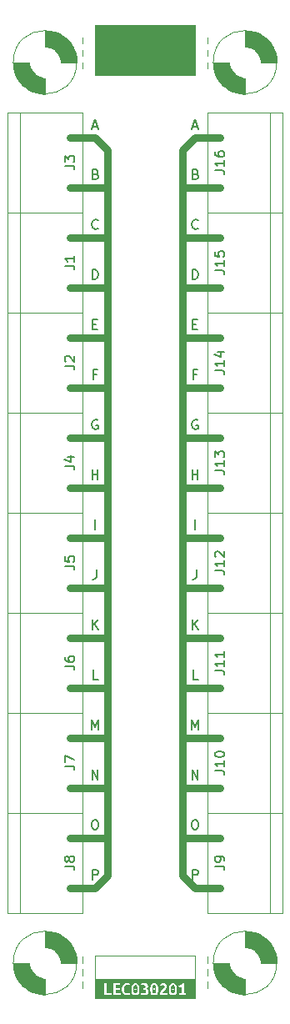
<source format=gto>
G04 #@! TF.GenerationSoftware,KiCad,Pcbnew,6.0.9-8da3e8f707~116~ubuntu20.04.1*
G04 #@! TF.CreationDate,2023-04-19T17:44:35+00:00*
G04 #@! TF.ProjectId,LEC030201,4c454330-3330-4323-9031-2e6b69636164,rev?*
G04 #@! TF.SameCoordinates,Original*
G04 #@! TF.FileFunction,Legend,Top*
G04 #@! TF.FilePolarity,Positive*
%FSLAX46Y46*%
G04 Gerber Fmt 4.6, Leading zero omitted, Abs format (unit mm)*
G04 Created by KiCad (PCBNEW 6.0.9-8da3e8f707~116~ubuntu20.04.1) date 2023-04-19 17:44:35*
%MOMM*%
%LPD*%
G01*
G04 APERTURE LIST*
%ADD10C,0.800000*%
%ADD11C,0.120000*%
%ADD12C,0.100000*%
%ADD13C,0.150000*%
%ADD14C,0.010000*%
G04 APERTURE END LIST*
D10*
X187960000Y-58420000D02*
X185420000Y-58420000D01*
X189230000Y-59690000D02*
X187960000Y-58420000D01*
X189230000Y-83820000D02*
X185420000Y-83820000D01*
X189230000Y-88900000D02*
X185420000Y-88900000D01*
X189230000Y-73660000D02*
X185420000Y-73660000D01*
X189230000Y-63500000D02*
X185420000Y-63500000D01*
X189230000Y-78740000D02*
X185420000Y-78740000D01*
X189230000Y-68580000D02*
X185420000Y-68580000D01*
X185420000Y-93980000D02*
X189230000Y-93980000D01*
X189230000Y-100330000D02*
X189230000Y-59690000D01*
D11*
X198120000Y-141470000D02*
X187960000Y-141470000D01*
D10*
X196850000Y-129540000D02*
X200660000Y-129540000D01*
X200660000Y-124460000D02*
X196850000Y-124460000D01*
X196850000Y-119380000D02*
X200660000Y-119380000D01*
X200660000Y-114300000D02*
X196850000Y-114300000D01*
X196850000Y-109220000D02*
X200660000Y-109220000D01*
X200660000Y-104140000D02*
X196850000Y-104140000D01*
X196850000Y-99060000D02*
X200660000Y-99060000D01*
X196850000Y-133350000D02*
X196850000Y-92710000D01*
X198120000Y-134620000D02*
X196850000Y-133350000D01*
X200660000Y-134620000D02*
X198120000Y-134620000D01*
X189230000Y-104140000D02*
X185420000Y-104140000D01*
X189230000Y-109220000D02*
X185420000Y-109220000D01*
X189230000Y-114300000D02*
X185420000Y-114300000D01*
X189230000Y-119380000D02*
X185420000Y-119380000D01*
X189230000Y-124460000D02*
X185420000Y-124460000D01*
X189230000Y-129540000D02*
X185420000Y-129540000D01*
X189230000Y-99060000D02*
X185420000Y-99060000D01*
X189230000Y-133350000D02*
X189230000Y-100330000D01*
X187960000Y-134620000D02*
X189230000Y-133350000D01*
X185420000Y-134620000D02*
X187960000Y-134620000D01*
X200660000Y-73660000D02*
X196850000Y-73660000D01*
X196850000Y-88900000D02*
X200660000Y-88900000D01*
X196850000Y-92710000D02*
X196850000Y-59690000D01*
X200660000Y-83820000D02*
X196850000Y-83820000D01*
D11*
X187960000Y-145550000D02*
X198120000Y-145550000D01*
X199390000Y-143510000D02*
X199390000Y-142875000D01*
D10*
X196850000Y-59690000D02*
X198120000Y-58420000D01*
D11*
X199390000Y-48260000D02*
X199390000Y-48895000D01*
X186690000Y-141605000D02*
X186690000Y-142240000D01*
X186690000Y-144145000D02*
X186690000Y-144780000D01*
X186690000Y-48260000D02*
X186690000Y-48895000D01*
D10*
X196850000Y-68580000D02*
X200660000Y-68580000D01*
X200660000Y-93980000D02*
X196850000Y-93980000D01*
D11*
X186690000Y-49530000D02*
X186690000Y-50165000D01*
X199390000Y-50800000D02*
X199390000Y-51435000D01*
D10*
X200660000Y-63500000D02*
X196850000Y-63500000D01*
D11*
X187960000Y-141470000D02*
X187960000Y-145550000D01*
X199390000Y-144780000D02*
X199390000Y-144145000D01*
D10*
X198120000Y-58420000D02*
X200660000Y-58420000D01*
D11*
X186690000Y-142875000D02*
X186690000Y-143510000D01*
D10*
X196850000Y-78740000D02*
X200660000Y-78740000D01*
D11*
X198120000Y-145550000D02*
X198120000Y-141470000D01*
X186690000Y-50800000D02*
X186690000Y-51435000D01*
D12*
G36*
X198120000Y-52070000D02*
G01*
X187960000Y-52070000D01*
X187960000Y-46990000D01*
X198120000Y-46990000D01*
X198120000Y-52070000D01*
G37*
X198120000Y-52070000D02*
X187960000Y-52070000D01*
X187960000Y-46990000D01*
X198120000Y-46990000D01*
X198120000Y-52070000D01*
D11*
X199390000Y-49530000D02*
X199390000Y-50165000D01*
X199390000Y-142240000D02*
X199390000Y-141605000D01*
D13*
X197858095Y-72842380D02*
X197858095Y-71842380D01*
X198096190Y-71842380D01*
X198239047Y-71890000D01*
X198334285Y-71985238D01*
X198381904Y-72080476D01*
X198429523Y-72270952D01*
X198429523Y-72413809D01*
X198381904Y-72604285D01*
X198334285Y-72699523D01*
X198239047Y-72794761D01*
X198096190Y-72842380D01*
X197858095Y-72842380D01*
X187698095Y-72842380D02*
X187698095Y-71842380D01*
X187936190Y-71842380D01*
X188079047Y-71890000D01*
X188174285Y-71985238D01*
X188221904Y-72080476D01*
X188269523Y-72270952D01*
X188269523Y-72413809D01*
X188221904Y-72604285D01*
X188174285Y-72699523D01*
X188079047Y-72794761D01*
X187936190Y-72842380D01*
X187698095Y-72842380D01*
X198381904Y-87130000D02*
X198286666Y-87082380D01*
X198143809Y-87082380D01*
X198000952Y-87130000D01*
X197905714Y-87225238D01*
X197858095Y-87320476D01*
X197810476Y-87510952D01*
X197810476Y-87653809D01*
X197858095Y-87844285D01*
X197905714Y-87939523D01*
X198000952Y-88034761D01*
X198143809Y-88082380D01*
X198239047Y-88082380D01*
X198381904Y-88034761D01*
X198429523Y-87987142D01*
X198429523Y-87653809D01*
X198239047Y-87653809D01*
X197834285Y-93162380D02*
X197834285Y-92162380D01*
X197834285Y-92638571D02*
X198405714Y-92638571D01*
X198405714Y-93162380D02*
X198405714Y-92162380D01*
X188221904Y-87130000D02*
X188126666Y-87082380D01*
X187983809Y-87082380D01*
X187840952Y-87130000D01*
X187745714Y-87225238D01*
X187698095Y-87320476D01*
X187650476Y-87510952D01*
X187650476Y-87653809D01*
X187698095Y-87844285D01*
X187745714Y-87939523D01*
X187840952Y-88034761D01*
X187983809Y-88082380D01*
X188079047Y-88082380D01*
X188221904Y-88034761D01*
X188269523Y-87987142D01*
X188269523Y-87653809D01*
X188079047Y-87653809D01*
X198191428Y-62158571D02*
X198334285Y-62206190D01*
X198381904Y-62253809D01*
X198429523Y-62349047D01*
X198429523Y-62491904D01*
X198381904Y-62587142D01*
X198334285Y-62634761D01*
X198239047Y-62682380D01*
X197858095Y-62682380D01*
X197858095Y-61682380D01*
X198191428Y-61682380D01*
X198286666Y-61730000D01*
X198334285Y-61777619D01*
X198381904Y-61872857D01*
X198381904Y-61968095D01*
X198334285Y-62063333D01*
X198286666Y-62110952D01*
X198191428Y-62158571D01*
X197858095Y-62158571D01*
X198262857Y-82478571D02*
X197929523Y-82478571D01*
X197929523Y-83002380D02*
X197929523Y-82002380D01*
X198405714Y-82002380D01*
X187721904Y-57316666D02*
X188198095Y-57316666D01*
X187626666Y-57602380D02*
X187960000Y-56602380D01*
X188293333Y-57602380D01*
X198120000Y-98242380D02*
X198120000Y-97242380D01*
X187864761Y-127722380D02*
X188055238Y-127722380D01*
X188150476Y-127770000D01*
X188245714Y-127865238D01*
X188293333Y-128055714D01*
X188293333Y-128389047D01*
X188245714Y-128579523D01*
X188150476Y-128674761D01*
X188055238Y-128722380D01*
X187864761Y-128722380D01*
X187769523Y-128674761D01*
X187674285Y-128579523D01*
X187626666Y-128389047D01*
X187626666Y-128055714D01*
X187674285Y-127865238D01*
X187769523Y-127770000D01*
X187864761Y-127722380D01*
X187626666Y-118562380D02*
X187626666Y-117562380D01*
X187960000Y-118276666D01*
X188293333Y-117562380D01*
X188293333Y-118562380D01*
X197834285Y-123642380D02*
X197834285Y-122642380D01*
X198405714Y-123642380D01*
X198405714Y-122642380D01*
X197786666Y-118562380D02*
X197786666Y-117562380D01*
X198120000Y-118276666D01*
X198453333Y-117562380D01*
X198453333Y-118562380D01*
X198429523Y-67667142D02*
X198381904Y-67714761D01*
X198239047Y-67762380D01*
X198143809Y-67762380D01*
X198000952Y-67714761D01*
X197905714Y-67619523D01*
X197858095Y-67524285D01*
X197810476Y-67333809D01*
X197810476Y-67190952D01*
X197858095Y-67000476D01*
X197905714Y-66905238D01*
X198000952Y-66810000D01*
X198143809Y-66762380D01*
X198239047Y-66762380D01*
X198381904Y-66810000D01*
X198429523Y-66857619D01*
X187745714Y-77398571D02*
X188079047Y-77398571D01*
X188221904Y-77922380D02*
X187745714Y-77922380D01*
X187745714Y-76922380D01*
X188221904Y-76922380D01*
X188269523Y-67667142D02*
X188221904Y-67714761D01*
X188079047Y-67762380D01*
X187983809Y-67762380D01*
X187840952Y-67714761D01*
X187745714Y-67619523D01*
X187698095Y-67524285D01*
X187650476Y-67333809D01*
X187650476Y-67190952D01*
X187698095Y-67000476D01*
X187745714Y-66905238D01*
X187840952Y-66810000D01*
X187983809Y-66762380D01*
X188079047Y-66762380D01*
X188221904Y-66810000D01*
X188269523Y-66857619D01*
X198262857Y-102322380D02*
X198262857Y-103036666D01*
X198215238Y-103179523D01*
X198120000Y-103274761D01*
X197977142Y-103322380D01*
X197881904Y-103322380D01*
X188031428Y-62158571D02*
X188174285Y-62206190D01*
X188221904Y-62253809D01*
X188269523Y-62349047D01*
X188269523Y-62491904D01*
X188221904Y-62587142D01*
X188174285Y-62634761D01*
X188079047Y-62682380D01*
X187698095Y-62682380D01*
X187698095Y-61682380D01*
X188031428Y-61682380D01*
X188126666Y-61730000D01*
X188174285Y-61777619D01*
X188221904Y-61872857D01*
X188221904Y-61968095D01*
X188174285Y-62063333D01*
X188126666Y-62110952D01*
X188031428Y-62158571D01*
X187698095Y-62158571D01*
X197858095Y-108402380D02*
X197858095Y-107402380D01*
X198429523Y-108402380D02*
X198000952Y-107830952D01*
X198429523Y-107402380D02*
X197858095Y-107973809D01*
X197858095Y-133802380D02*
X197858095Y-132802380D01*
X198239047Y-132802380D01*
X198334285Y-132850000D01*
X198381904Y-132897619D01*
X198429523Y-132992857D01*
X198429523Y-133135714D01*
X198381904Y-133230952D01*
X198334285Y-133278571D01*
X198239047Y-133326190D01*
X197858095Y-133326190D01*
X187674285Y-93162380D02*
X187674285Y-92162380D01*
X187674285Y-92638571D02*
X188245714Y-92638571D01*
X188245714Y-93162380D02*
X188245714Y-92162380D01*
X188102857Y-102322380D02*
X188102857Y-103036666D01*
X188055238Y-103179523D01*
X187960000Y-103274761D01*
X187817142Y-103322380D01*
X187721904Y-103322380D01*
X187698095Y-108402380D02*
X187698095Y-107402380D01*
X188269523Y-108402380D02*
X187840952Y-107830952D01*
X188269523Y-107402380D02*
X187698095Y-107973809D01*
X197881904Y-57316666D02*
X198358095Y-57316666D01*
X197786666Y-57602380D02*
X198120000Y-56602380D01*
X198453333Y-57602380D01*
X198429523Y-113482380D02*
X197953333Y-113482380D01*
X197953333Y-112482380D01*
X188269523Y-113482380D02*
X187793333Y-113482380D01*
X187793333Y-112482380D01*
X187674285Y-123642380D02*
X187674285Y-122642380D01*
X188245714Y-123642380D01*
X188245714Y-122642380D01*
X187960000Y-98242380D02*
X187960000Y-97242380D01*
X198024761Y-127722380D02*
X198215238Y-127722380D01*
X198310476Y-127770000D01*
X198405714Y-127865238D01*
X198453333Y-128055714D01*
X198453333Y-128389047D01*
X198405714Y-128579523D01*
X198310476Y-128674761D01*
X198215238Y-128722380D01*
X198024761Y-128722380D01*
X197929523Y-128674761D01*
X197834285Y-128579523D01*
X197786666Y-128389047D01*
X197786666Y-128055714D01*
X197834285Y-127865238D01*
X197929523Y-127770000D01*
X198024761Y-127722380D01*
X187698095Y-133802380D02*
X187698095Y-132802380D01*
X188079047Y-132802380D01*
X188174285Y-132850000D01*
X188221904Y-132897619D01*
X188269523Y-132992857D01*
X188269523Y-133135714D01*
X188221904Y-133230952D01*
X188174285Y-133278571D01*
X188079047Y-133326190D01*
X187698095Y-133326190D01*
X197905714Y-77398571D02*
X198239047Y-77398571D01*
X198381904Y-77922380D02*
X197905714Y-77922380D01*
X197905714Y-76922380D01*
X198381904Y-76922380D01*
X188102857Y-82478571D02*
X187769523Y-82478571D01*
X187769523Y-83002380D02*
X187769523Y-82002380D01*
X188245714Y-82002380D01*
G04 #@! TO.C,J9*
X200112380Y-132413333D02*
X200826666Y-132413333D01*
X200969523Y-132460952D01*
X201064761Y-132556190D01*
X201112380Y-132699047D01*
X201112380Y-132794285D01*
X201112380Y-131889523D02*
X201112380Y-131699047D01*
X201064761Y-131603809D01*
X201017142Y-131556190D01*
X200874285Y-131460952D01*
X200683809Y-131413333D01*
X200302857Y-131413333D01*
X200207619Y-131460952D01*
X200160000Y-131508571D01*
X200112380Y-131603809D01*
X200112380Y-131794285D01*
X200160000Y-131889523D01*
X200207619Y-131937142D01*
X200302857Y-131984761D01*
X200540952Y-131984761D01*
X200636190Y-131937142D01*
X200683809Y-131889523D01*
X200731428Y-131794285D01*
X200731428Y-131603809D01*
X200683809Y-131508571D01*
X200636190Y-131460952D01*
X200540952Y-131413333D01*
G04 #@! TO.C,J10*
X200112380Y-122729523D02*
X200826666Y-122729523D01*
X200969523Y-122777142D01*
X201064761Y-122872380D01*
X201112380Y-123015238D01*
X201112380Y-123110476D01*
X201112380Y-121729523D02*
X201112380Y-122300952D01*
X201112380Y-122015238D02*
X200112380Y-122015238D01*
X200255238Y-122110476D01*
X200350476Y-122205714D01*
X200398095Y-122300952D01*
X200112380Y-121110476D02*
X200112380Y-121015238D01*
X200160000Y-120920000D01*
X200207619Y-120872380D01*
X200302857Y-120824761D01*
X200493333Y-120777142D01*
X200731428Y-120777142D01*
X200921904Y-120824761D01*
X201017142Y-120872380D01*
X201064761Y-120920000D01*
X201112380Y-121015238D01*
X201112380Y-121110476D01*
X201064761Y-121205714D01*
X201017142Y-121253333D01*
X200921904Y-121300952D01*
X200731428Y-121348571D01*
X200493333Y-121348571D01*
X200302857Y-121300952D01*
X200207619Y-121253333D01*
X200160000Y-121205714D01*
X200112380Y-121110476D01*
G04 #@! TO.C,J11*
X200112380Y-112569523D02*
X200826666Y-112569523D01*
X200969523Y-112617142D01*
X201064761Y-112712380D01*
X201112380Y-112855238D01*
X201112380Y-112950476D01*
X201112380Y-111569523D02*
X201112380Y-112140952D01*
X201112380Y-111855238D02*
X200112380Y-111855238D01*
X200255238Y-111950476D01*
X200350476Y-112045714D01*
X200398095Y-112140952D01*
X201112380Y-110617142D02*
X201112380Y-111188571D01*
X201112380Y-110902857D02*
X200112380Y-110902857D01*
X200255238Y-110998095D01*
X200350476Y-111093333D01*
X200398095Y-111188571D01*
G04 #@! TO.C,J12*
X200112380Y-102409523D02*
X200826666Y-102409523D01*
X200969523Y-102457142D01*
X201064761Y-102552380D01*
X201112380Y-102695238D01*
X201112380Y-102790476D01*
X201112380Y-101409523D02*
X201112380Y-101980952D01*
X201112380Y-101695238D02*
X200112380Y-101695238D01*
X200255238Y-101790476D01*
X200350476Y-101885714D01*
X200398095Y-101980952D01*
X200207619Y-101028571D02*
X200160000Y-100980952D01*
X200112380Y-100885714D01*
X200112380Y-100647619D01*
X200160000Y-100552380D01*
X200207619Y-100504761D01*
X200302857Y-100457142D01*
X200398095Y-100457142D01*
X200540952Y-100504761D01*
X201112380Y-101076190D01*
X201112380Y-100457142D01*
G04 #@! TO.C,J2*
X184872380Y-81613333D02*
X185586666Y-81613333D01*
X185729523Y-81660952D01*
X185824761Y-81756190D01*
X185872380Y-81899047D01*
X185872380Y-81994285D01*
X184967619Y-81184761D02*
X184920000Y-81137142D01*
X184872380Y-81041904D01*
X184872380Y-80803809D01*
X184920000Y-80708571D01*
X184967619Y-80660952D01*
X185062857Y-80613333D01*
X185158095Y-80613333D01*
X185300952Y-80660952D01*
X185872380Y-81232380D01*
X185872380Y-80613333D01*
G04 #@! TO.C,J1*
X184872380Y-71453333D02*
X185586666Y-71453333D01*
X185729523Y-71500952D01*
X185824761Y-71596190D01*
X185872380Y-71739047D01*
X185872380Y-71834285D01*
X185872380Y-70453333D02*
X185872380Y-71024761D01*
X185872380Y-70739047D02*
X184872380Y-70739047D01*
X185015238Y-70834285D01*
X185110476Y-70929523D01*
X185158095Y-71024761D01*
G04 #@! TO.C,J4*
X184872380Y-91773333D02*
X185586666Y-91773333D01*
X185729523Y-91820952D01*
X185824761Y-91916190D01*
X185872380Y-92059047D01*
X185872380Y-92154285D01*
X185205714Y-90868571D02*
X185872380Y-90868571D01*
X184824761Y-91106666D02*
X185539047Y-91344761D01*
X185539047Y-90725714D01*
G04 #@! TO.C,J3*
X184872380Y-61293333D02*
X185586666Y-61293333D01*
X185729523Y-61340952D01*
X185824761Y-61436190D01*
X185872380Y-61579047D01*
X185872380Y-61674285D01*
X184872380Y-60912380D02*
X184872380Y-60293333D01*
X185253333Y-60626666D01*
X185253333Y-60483809D01*
X185300952Y-60388571D01*
X185348571Y-60340952D01*
X185443809Y-60293333D01*
X185681904Y-60293333D01*
X185777142Y-60340952D01*
X185824761Y-60388571D01*
X185872380Y-60483809D01*
X185872380Y-60769523D01*
X185824761Y-60864761D01*
X185777142Y-60912380D01*
G04 #@! TO.C,J5*
X184872380Y-101933333D02*
X185586666Y-101933333D01*
X185729523Y-101980952D01*
X185824761Y-102076190D01*
X185872380Y-102219047D01*
X185872380Y-102314285D01*
X184872380Y-100980952D02*
X184872380Y-101457142D01*
X185348571Y-101504761D01*
X185300952Y-101457142D01*
X185253333Y-101361904D01*
X185253333Y-101123809D01*
X185300952Y-101028571D01*
X185348571Y-100980952D01*
X185443809Y-100933333D01*
X185681904Y-100933333D01*
X185777142Y-100980952D01*
X185824761Y-101028571D01*
X185872380Y-101123809D01*
X185872380Y-101361904D01*
X185824761Y-101457142D01*
X185777142Y-101504761D01*
G04 #@! TO.C,J6*
X184872380Y-112093333D02*
X185586666Y-112093333D01*
X185729523Y-112140952D01*
X185824761Y-112236190D01*
X185872380Y-112379047D01*
X185872380Y-112474285D01*
X184872380Y-111188571D02*
X184872380Y-111379047D01*
X184920000Y-111474285D01*
X184967619Y-111521904D01*
X185110476Y-111617142D01*
X185300952Y-111664761D01*
X185681904Y-111664761D01*
X185777142Y-111617142D01*
X185824761Y-111569523D01*
X185872380Y-111474285D01*
X185872380Y-111283809D01*
X185824761Y-111188571D01*
X185777142Y-111140952D01*
X185681904Y-111093333D01*
X185443809Y-111093333D01*
X185348571Y-111140952D01*
X185300952Y-111188571D01*
X185253333Y-111283809D01*
X185253333Y-111474285D01*
X185300952Y-111569523D01*
X185348571Y-111617142D01*
X185443809Y-111664761D01*
G04 #@! TO.C,J7*
X184872380Y-122253333D02*
X185586666Y-122253333D01*
X185729523Y-122300952D01*
X185824761Y-122396190D01*
X185872380Y-122539047D01*
X185872380Y-122634285D01*
X184872380Y-121872380D02*
X184872380Y-121205714D01*
X185872380Y-121634285D01*
G04 #@! TO.C,J8*
X184872380Y-132413333D02*
X185586666Y-132413333D01*
X185729523Y-132460952D01*
X185824761Y-132556190D01*
X185872380Y-132699047D01*
X185872380Y-132794285D01*
X185300952Y-131794285D02*
X185253333Y-131889523D01*
X185205714Y-131937142D01*
X185110476Y-131984761D01*
X185062857Y-131984761D01*
X184967619Y-131937142D01*
X184920000Y-131889523D01*
X184872380Y-131794285D01*
X184872380Y-131603809D01*
X184920000Y-131508571D01*
X184967619Y-131460952D01*
X185062857Y-131413333D01*
X185110476Y-131413333D01*
X185205714Y-131460952D01*
X185253333Y-131508571D01*
X185300952Y-131603809D01*
X185300952Y-131794285D01*
X185348571Y-131889523D01*
X185396190Y-131937142D01*
X185491428Y-131984761D01*
X185681904Y-131984761D01*
X185777142Y-131937142D01*
X185824761Y-131889523D01*
X185872380Y-131794285D01*
X185872380Y-131603809D01*
X185824761Y-131508571D01*
X185777142Y-131460952D01*
X185681904Y-131413333D01*
X185491428Y-131413333D01*
X185396190Y-131460952D01*
X185348571Y-131508571D01*
X185300952Y-131603809D01*
G04 #@! TO.C,J13*
X200112380Y-92249523D02*
X200826666Y-92249523D01*
X200969523Y-92297142D01*
X201064761Y-92392380D01*
X201112380Y-92535238D01*
X201112380Y-92630476D01*
X201112380Y-91249523D02*
X201112380Y-91820952D01*
X201112380Y-91535238D02*
X200112380Y-91535238D01*
X200255238Y-91630476D01*
X200350476Y-91725714D01*
X200398095Y-91820952D01*
X200112380Y-90916190D02*
X200112380Y-90297142D01*
X200493333Y-90630476D01*
X200493333Y-90487619D01*
X200540952Y-90392380D01*
X200588571Y-90344761D01*
X200683809Y-90297142D01*
X200921904Y-90297142D01*
X201017142Y-90344761D01*
X201064761Y-90392380D01*
X201112380Y-90487619D01*
X201112380Y-90773333D01*
X201064761Y-90868571D01*
X201017142Y-90916190D01*
G04 #@! TO.C,J14*
X200112380Y-82089523D02*
X200826666Y-82089523D01*
X200969523Y-82137142D01*
X201064761Y-82232380D01*
X201112380Y-82375238D01*
X201112380Y-82470476D01*
X201112380Y-81089523D02*
X201112380Y-81660952D01*
X201112380Y-81375238D02*
X200112380Y-81375238D01*
X200255238Y-81470476D01*
X200350476Y-81565714D01*
X200398095Y-81660952D01*
X200445714Y-80232380D02*
X201112380Y-80232380D01*
X200064761Y-80470476D02*
X200779047Y-80708571D01*
X200779047Y-80089523D01*
G04 #@! TO.C,J15*
X200112380Y-71929523D02*
X200826666Y-71929523D01*
X200969523Y-71977142D01*
X201064761Y-72072380D01*
X201112380Y-72215238D01*
X201112380Y-72310476D01*
X201112380Y-70929523D02*
X201112380Y-71500952D01*
X201112380Y-71215238D02*
X200112380Y-71215238D01*
X200255238Y-71310476D01*
X200350476Y-71405714D01*
X200398095Y-71500952D01*
X200112380Y-70024761D02*
X200112380Y-70500952D01*
X200588571Y-70548571D01*
X200540952Y-70500952D01*
X200493333Y-70405714D01*
X200493333Y-70167619D01*
X200540952Y-70072380D01*
X200588571Y-70024761D01*
X200683809Y-69977142D01*
X200921904Y-69977142D01*
X201017142Y-70024761D01*
X201064761Y-70072380D01*
X201112380Y-70167619D01*
X201112380Y-70405714D01*
X201064761Y-70500952D01*
X201017142Y-70548571D01*
G04 #@! TO.C,J16*
X200112380Y-61769523D02*
X200826666Y-61769523D01*
X200969523Y-61817142D01*
X201064761Y-61912380D01*
X201112380Y-62055238D01*
X201112380Y-62150476D01*
X201112380Y-60769523D02*
X201112380Y-61340952D01*
X201112380Y-61055238D02*
X200112380Y-61055238D01*
X200255238Y-61150476D01*
X200350476Y-61245714D01*
X200398095Y-61340952D01*
X200112380Y-59912380D02*
X200112380Y-60102857D01*
X200160000Y-60198095D01*
X200207619Y-60245714D01*
X200350476Y-60340952D01*
X200540952Y-60388571D01*
X200921904Y-60388571D01*
X201017142Y-60340952D01*
X201064761Y-60293333D01*
X201112380Y-60198095D01*
X201112380Y-60007619D01*
X201064761Y-59912380D01*
X201017142Y-59864761D01*
X200921904Y-59817142D01*
X200683809Y-59817142D01*
X200588571Y-59864761D01*
X200540952Y-59912380D01*
X200493333Y-60007619D01*
X200493333Y-60198095D01*
X200540952Y-60293333D01*
X200588571Y-60340952D01*
X200683809Y-60388571D01*
D11*
G04 #@! TO.C,H3*
X206424903Y-142240000D02*
G75*
G03*
X206424903Y-142240000I-3224903J0D01*
G01*
G36*
X201600000Y-142340000D02*
G01*
X201700000Y-142740000D01*
X201900000Y-143140000D01*
X202300000Y-143540000D01*
X202700000Y-143740000D01*
X203100000Y-143840000D01*
X203200000Y-143840000D01*
X203200000Y-145464903D01*
X202700000Y-145440000D01*
X201700000Y-145140000D01*
X200900000Y-144540000D01*
X200400000Y-143840000D01*
X200100000Y-143140000D01*
X200000000Y-142740000D01*
X200000000Y-142240000D01*
X201600000Y-142240000D01*
X201600000Y-142340000D01*
G37*
D14*
X201600000Y-142340000D02*
X201700000Y-142740000D01*
X201900000Y-143140000D01*
X202300000Y-143540000D01*
X202700000Y-143740000D01*
X203100000Y-143840000D01*
X203200000Y-143840000D01*
X203200000Y-145464903D01*
X202700000Y-145440000D01*
X201700000Y-145140000D01*
X200900000Y-144540000D01*
X200400000Y-143840000D01*
X200100000Y-143140000D01*
X200000000Y-142740000D01*
X200000000Y-142240000D01*
X201600000Y-142240000D01*
X201600000Y-142340000D01*
G36*
X203700000Y-139040000D02*
G01*
X204700000Y-139340000D01*
X205500000Y-139940000D01*
X206000000Y-140640000D01*
X206300000Y-141340000D01*
X206400000Y-141740000D01*
X206400000Y-142240000D01*
X204800000Y-142240000D01*
X204800000Y-142140000D01*
X204700000Y-141740000D01*
X204500000Y-141340000D01*
X204100000Y-140940000D01*
X203700000Y-140740000D01*
X203300000Y-140640000D01*
X203200000Y-140640000D01*
X203200000Y-139015097D01*
X203700000Y-139040000D01*
G37*
X203700000Y-139040000D02*
X204700000Y-139340000D01*
X205500000Y-139940000D01*
X206000000Y-140640000D01*
X206300000Y-141340000D01*
X206400000Y-141740000D01*
X206400000Y-142240000D01*
X204800000Y-142240000D01*
X204800000Y-142140000D01*
X204700000Y-141740000D01*
X204500000Y-141340000D01*
X204100000Y-140940000D01*
X203700000Y-140740000D01*
X203300000Y-140640000D01*
X203200000Y-140640000D01*
X203200000Y-139015097D01*
X203700000Y-139040000D01*
D11*
G04 #@! TO.C,H4*
X206424903Y-50800000D02*
G75*
G03*
X206424903Y-50800000I-3224903J0D01*
G01*
G36*
X203700000Y-47600000D02*
G01*
X204700000Y-47900000D01*
X205500000Y-48500000D01*
X206000000Y-49200000D01*
X206300000Y-49900000D01*
X206400000Y-50300000D01*
X206400000Y-50800000D01*
X204800000Y-50800000D01*
X204800000Y-50700000D01*
X204700000Y-50300000D01*
X204500000Y-49900000D01*
X204100000Y-49500000D01*
X203700000Y-49300000D01*
X203300000Y-49200000D01*
X203200000Y-49200000D01*
X203200000Y-47575097D01*
X203700000Y-47600000D01*
G37*
D14*
X203700000Y-47600000D02*
X204700000Y-47900000D01*
X205500000Y-48500000D01*
X206000000Y-49200000D01*
X206300000Y-49900000D01*
X206400000Y-50300000D01*
X206400000Y-50800000D01*
X204800000Y-50800000D01*
X204800000Y-50700000D01*
X204700000Y-50300000D01*
X204500000Y-49900000D01*
X204100000Y-49500000D01*
X203700000Y-49300000D01*
X203300000Y-49200000D01*
X203200000Y-49200000D01*
X203200000Y-47575097D01*
X203700000Y-47600000D01*
G36*
X201600000Y-50900000D02*
G01*
X201700000Y-51300000D01*
X201900000Y-51700000D01*
X202300000Y-52100000D01*
X202700000Y-52300000D01*
X203100000Y-52400000D01*
X203200000Y-52400000D01*
X203200000Y-54024903D01*
X202700000Y-54000000D01*
X201700000Y-53700000D01*
X200900000Y-53100000D01*
X200400000Y-52400000D01*
X200100000Y-51700000D01*
X200000000Y-51300000D01*
X200000000Y-50800000D01*
X201600000Y-50800000D01*
X201600000Y-50900000D01*
G37*
X201600000Y-50900000D02*
X201700000Y-51300000D01*
X201900000Y-51700000D01*
X202300000Y-52100000D01*
X202700000Y-52300000D01*
X203100000Y-52400000D01*
X203200000Y-52400000D01*
X203200000Y-54024903D01*
X202700000Y-54000000D01*
X201700000Y-53700000D01*
X200900000Y-53100000D01*
X200400000Y-52400000D01*
X200100000Y-51700000D01*
X200000000Y-51300000D01*
X200000000Y-50800000D01*
X201600000Y-50800000D01*
X201600000Y-50900000D01*
D11*
G04 #@! TO.C,J9*
X207010000Y-137160000D02*
X207010000Y-127000000D01*
X205740000Y-127000000D02*
X205740000Y-137160000D01*
X199390000Y-127000000D02*
X199390000Y-137160000D01*
X207010000Y-127000000D02*
X199390000Y-127000000D01*
X199390000Y-137160000D02*
X207010000Y-137160000D01*
G04 #@! TO.C,J10*
X199390000Y-116840000D02*
X199390000Y-127000000D01*
X199390000Y-127000000D02*
X207010000Y-127000000D01*
X205740000Y-116840000D02*
X205740000Y-127000000D01*
X207010000Y-127000000D02*
X207010000Y-116840000D01*
X207010000Y-116840000D02*
X199390000Y-116840000D01*
G04 #@! TO.C,J11*
X207010000Y-116840000D02*
X207010000Y-106680000D01*
X199390000Y-116840000D02*
X207010000Y-116840000D01*
X199390000Y-106680000D02*
X199390000Y-116840000D01*
X205740000Y-106680000D02*
X205740000Y-116840000D01*
X207010000Y-106680000D02*
X199390000Y-106680000D01*
G04 #@! TO.C,J12*
X207010000Y-106680000D02*
X207010000Y-96520000D01*
X205740000Y-96520000D02*
X205740000Y-106680000D01*
X199390000Y-106680000D02*
X207010000Y-106680000D01*
X199390000Y-96520000D02*
X199390000Y-106680000D01*
X207010000Y-96520000D02*
X199390000Y-96520000D01*
G04 #@! TO.C,J2*
X186690000Y-86360000D02*
X186690000Y-76200000D01*
X179070000Y-76200000D02*
X179070000Y-86360000D01*
X186690000Y-76200000D02*
X179070000Y-76200000D01*
X180340000Y-86360000D02*
X180340000Y-76200000D01*
X179070000Y-86360000D02*
X186690000Y-86360000D01*
G04 #@! TO.C,H2*
X186104903Y-50800000D02*
G75*
G03*
X186104903Y-50800000I-3224903J0D01*
G01*
G36*
X183380000Y-47600000D02*
G01*
X184380000Y-47900000D01*
X185180000Y-48500000D01*
X185680000Y-49200000D01*
X185980000Y-49900000D01*
X186080000Y-50300000D01*
X186080000Y-50800000D01*
X184480000Y-50800000D01*
X184480000Y-50700000D01*
X184380000Y-50300000D01*
X184180000Y-49900000D01*
X183780000Y-49500000D01*
X183380000Y-49300000D01*
X182980000Y-49200000D01*
X182880000Y-49200000D01*
X182880000Y-47575097D01*
X183380000Y-47600000D01*
G37*
D14*
X183380000Y-47600000D02*
X184380000Y-47900000D01*
X185180000Y-48500000D01*
X185680000Y-49200000D01*
X185980000Y-49900000D01*
X186080000Y-50300000D01*
X186080000Y-50800000D01*
X184480000Y-50800000D01*
X184480000Y-50700000D01*
X184380000Y-50300000D01*
X184180000Y-49900000D01*
X183780000Y-49500000D01*
X183380000Y-49300000D01*
X182980000Y-49200000D01*
X182880000Y-49200000D01*
X182880000Y-47575097D01*
X183380000Y-47600000D01*
G36*
X181280000Y-50900000D02*
G01*
X181380000Y-51300000D01*
X181580000Y-51700000D01*
X181980000Y-52100000D01*
X182380000Y-52300000D01*
X182780000Y-52400000D01*
X182880000Y-52400000D01*
X182880000Y-54024903D01*
X182380000Y-54000000D01*
X181380000Y-53700000D01*
X180580000Y-53100000D01*
X180080000Y-52400000D01*
X179780000Y-51700000D01*
X179680000Y-51300000D01*
X179680000Y-50800000D01*
X181280000Y-50800000D01*
X181280000Y-50900000D01*
G37*
X181280000Y-50900000D02*
X181380000Y-51300000D01*
X181580000Y-51700000D01*
X181980000Y-52100000D01*
X182380000Y-52300000D01*
X182780000Y-52400000D01*
X182880000Y-52400000D01*
X182880000Y-54024903D01*
X182380000Y-54000000D01*
X181380000Y-53700000D01*
X180580000Y-53100000D01*
X180080000Y-52400000D01*
X179780000Y-51700000D01*
X179680000Y-51300000D01*
X179680000Y-50800000D01*
X181280000Y-50800000D01*
X181280000Y-50900000D01*
D11*
G04 #@! TO.C,H1*
X186104903Y-142240000D02*
G75*
G03*
X186104903Y-142240000I-3224903J0D01*
G01*
G36*
X181280000Y-142340000D02*
G01*
X181380000Y-142740000D01*
X181580000Y-143140000D01*
X181980000Y-143540000D01*
X182380000Y-143740000D01*
X182780000Y-143840000D01*
X182880000Y-143840000D01*
X182880000Y-145464903D01*
X182380000Y-145440000D01*
X181380000Y-145140000D01*
X180580000Y-144540000D01*
X180080000Y-143840000D01*
X179780000Y-143140000D01*
X179680000Y-142740000D01*
X179680000Y-142240000D01*
X181280000Y-142240000D01*
X181280000Y-142340000D01*
G37*
D14*
X181280000Y-142340000D02*
X181380000Y-142740000D01*
X181580000Y-143140000D01*
X181980000Y-143540000D01*
X182380000Y-143740000D01*
X182780000Y-143840000D01*
X182880000Y-143840000D01*
X182880000Y-145464903D01*
X182380000Y-145440000D01*
X181380000Y-145140000D01*
X180580000Y-144540000D01*
X180080000Y-143840000D01*
X179780000Y-143140000D01*
X179680000Y-142740000D01*
X179680000Y-142240000D01*
X181280000Y-142240000D01*
X181280000Y-142340000D01*
G36*
X183380000Y-139040000D02*
G01*
X184380000Y-139340000D01*
X185180000Y-139940000D01*
X185680000Y-140640000D01*
X185980000Y-141340000D01*
X186080000Y-141740000D01*
X186080000Y-142240000D01*
X184480000Y-142240000D01*
X184480000Y-142140000D01*
X184380000Y-141740000D01*
X184180000Y-141340000D01*
X183780000Y-140940000D01*
X183380000Y-140740000D01*
X182980000Y-140640000D01*
X182880000Y-140640000D01*
X182880000Y-139015097D01*
X183380000Y-139040000D01*
G37*
X183380000Y-139040000D02*
X184380000Y-139340000D01*
X185180000Y-139940000D01*
X185680000Y-140640000D01*
X185980000Y-141340000D01*
X186080000Y-141740000D01*
X186080000Y-142240000D01*
X184480000Y-142240000D01*
X184480000Y-142140000D01*
X184380000Y-141740000D01*
X184180000Y-141340000D01*
X183780000Y-140940000D01*
X183380000Y-140740000D01*
X182980000Y-140640000D01*
X182880000Y-140640000D01*
X182880000Y-139015097D01*
X183380000Y-139040000D01*
D11*
G04 #@! TO.C,J1*
X186690000Y-66040000D02*
X179070000Y-66040000D01*
X179070000Y-76200000D02*
X186690000Y-76200000D01*
X186690000Y-76200000D02*
X186690000Y-66040000D01*
X179070000Y-66040000D02*
X179070000Y-76200000D01*
X180340000Y-76200000D02*
X180340000Y-66040000D01*
G04 #@! TO.C,J4*
X179070000Y-96520000D02*
X186690000Y-96520000D01*
X179070000Y-86360000D02*
X179070000Y-96520000D01*
X180340000Y-96520000D02*
X180340000Y-86360000D01*
X186690000Y-96520000D02*
X186690000Y-86360000D01*
X186690000Y-86360000D02*
X179070000Y-86360000D01*
G04 #@! TO.C,J3*
X180340000Y-66040000D02*
X180340000Y-55880000D01*
X186690000Y-66040000D02*
X186690000Y-55880000D01*
X179070000Y-66040000D02*
X186690000Y-66040000D01*
X186690000Y-55880000D02*
X179070000Y-55880000D01*
X179070000Y-55880000D02*
X179070000Y-66040000D01*
G04 #@! TO.C,J5*
X186690000Y-96520000D02*
X179070000Y-96520000D01*
X179070000Y-106680000D02*
X186690000Y-106680000D01*
X179070000Y-96520000D02*
X179070000Y-106680000D01*
X180340000Y-106680000D02*
X180340000Y-96520000D01*
X186690000Y-106680000D02*
X186690000Y-96520000D01*
G04 #@! TO.C,J6*
X179070000Y-106680000D02*
X179070000Y-116840000D01*
X186690000Y-106680000D02*
X179070000Y-106680000D01*
X180340000Y-116840000D02*
X180340000Y-106680000D01*
X179070000Y-116840000D02*
X186690000Y-116840000D01*
X186690000Y-116840000D02*
X186690000Y-106680000D01*
G04 #@! TO.C,J7*
X186690000Y-127000000D02*
X186690000Y-116840000D01*
X186690000Y-116840000D02*
X179070000Y-116840000D01*
X179070000Y-127000000D02*
X186690000Y-127000000D01*
X180340000Y-127000000D02*
X180340000Y-116840000D01*
X179070000Y-116840000D02*
X179070000Y-127000000D01*
G04 #@! TO.C,J8*
X179070000Y-137160000D02*
X186690000Y-137160000D01*
X186690000Y-137160000D02*
X186690000Y-127000000D01*
X180340000Y-137160000D02*
X180340000Y-127000000D01*
X179070000Y-127000000D02*
X179070000Y-137160000D01*
X186690000Y-127000000D02*
X179070000Y-127000000D01*
G04 #@! TO.C,J13*
X207010000Y-86360000D02*
X199390000Y-86360000D01*
X199390000Y-96520000D02*
X207010000Y-96520000D01*
X207010000Y-96520000D02*
X207010000Y-86360000D01*
X199390000Y-86360000D02*
X199390000Y-96520000D01*
X205740000Y-86360000D02*
X205740000Y-96520000D01*
G04 #@! TO.C,J14*
X205740000Y-76200000D02*
X205740000Y-86360000D01*
X207010000Y-76200000D02*
X199390000Y-76200000D01*
X207010000Y-86360000D02*
X207010000Y-76200000D01*
X199390000Y-76200000D02*
X199390000Y-86360000D01*
X199390000Y-86360000D02*
X207010000Y-86360000D01*
G04 #@! TO.C,J15*
X207010000Y-66040000D02*
X199390000Y-66040000D01*
X199390000Y-76200000D02*
X207010000Y-76200000D01*
X207010000Y-76200000D02*
X207010000Y-66040000D01*
X205740000Y-66040000D02*
X205740000Y-76200000D01*
X199390000Y-66040000D02*
X199390000Y-76200000D01*
G04 #@! TO.C,J16*
X205740000Y-55880000D02*
X205740000Y-66040000D01*
X199390000Y-66040000D02*
X207010000Y-66040000D01*
X207010000Y-55880000D02*
X199390000Y-55880000D01*
X207010000Y-66040000D02*
X207010000Y-55880000D01*
X199390000Y-55880000D02*
X199390000Y-66040000D01*
G04 #@! TO.C,kibuzzard-627E8DB1*
G36*
X196071436Y-145023084D02*
G01*
X196054608Y-145126272D01*
X196026563Y-145207658D01*
X195964412Y-145286953D01*
X195878925Y-145313385D01*
X195794629Y-145286953D01*
X195732240Y-145207658D01*
X195703665Y-145126272D01*
X195686520Y-145023084D01*
X195680805Y-144898095D01*
X195681683Y-144879045D01*
X195774150Y-144879045D01*
X195802725Y-144967628D01*
X195880830Y-145004775D01*
X195956078Y-144967628D01*
X195985605Y-144879045D01*
X195956078Y-144789510D01*
X195880830Y-144751410D01*
X195802725Y-144789510D01*
X195774150Y-144879045D01*
X195681683Y-144879045D01*
X195686520Y-144774164D01*
X195703665Y-144671612D01*
X195732240Y-144590437D01*
X195794629Y-144511142D01*
X195878925Y-144484710D01*
X195964412Y-144511142D01*
X196026563Y-144590437D01*
X196054608Y-144671612D01*
X196071436Y-144774164D01*
X196077045Y-144898095D01*
X196071436Y-145023084D01*
G37*
G36*
X187923698Y-143887810D02*
G01*
X198176302Y-143887810D01*
X198176302Y-145912190D01*
X187923698Y-145912190D01*
X187923698Y-145490550D01*
X188870430Y-145490550D01*
X189611475Y-145490550D01*
X189807690Y-145490550D01*
X190563975Y-145490550D01*
X190563975Y-145296240D01*
X190042005Y-145296240D01*
X190042005Y-144964770D01*
X190459200Y-144964770D01*
X190459200Y-144900000D01*
X190691610Y-144900000D01*
X190699825Y-145039184D01*
X190724471Y-145161461D01*
X190765548Y-145266832D01*
X190823055Y-145355295D01*
X190923808Y-145444195D01*
X191050808Y-145497535D01*
X191204055Y-145515315D01*
X191308116Y-145508886D01*
X191399317Y-145489598D01*
X191533620Y-145433400D01*
X191474565Y-145248615D01*
X191378362Y-145290525D01*
X191226915Y-145311480D01*
X191090946Y-145284572D01*
X190999267Y-145203848D01*
X190960638Y-145121615D01*
X190937461Y-145018428D01*
X190929972Y-144898095D01*
X191659350Y-144898095D01*
X191665898Y-145044304D01*
X191685544Y-145170510D01*
X191718286Y-145276714D01*
X191764125Y-145362915D01*
X191844558Y-145447582D01*
X191946158Y-145498382D01*
X192068925Y-145515315D01*
X192191692Y-145498382D01*
X192287366Y-145450545D01*
X192623280Y-145450545D01*
X192682335Y-145471500D01*
X192765202Y-145492455D01*
X192858547Y-145508648D01*
X192950940Y-145515315D01*
X193060954Y-145508409D01*
X193154775Y-145487693D01*
X193232880Y-145454355D01*
X193295745Y-145409588D01*
X193377660Y-145290525D01*
X193404330Y-145140030D01*
X193391709Y-145044304D01*
X193353848Y-144962865D01*
X193293569Y-144898095D01*
X193564350Y-144898095D01*
X193570898Y-145044304D01*
X193590544Y-145170510D01*
X193623286Y-145276714D01*
X193669125Y-145362915D01*
X193749558Y-145447582D01*
X193851158Y-145498382D01*
X193973925Y-145515315D01*
X194096692Y-145498382D01*
X194198292Y-145447582D01*
X194278725Y-145362915D01*
X194324564Y-145276714D01*
X194357306Y-145170510D01*
X194376952Y-145044304D01*
X194383500Y-144898095D01*
X194376952Y-144752779D01*
X194357306Y-144627347D01*
X194324564Y-144521798D01*
X194281274Y-144440895D01*
X194532090Y-144440895D01*
X194648295Y-144604725D01*
X194768310Y-144515190D01*
X194884515Y-144488520D01*
X194995005Y-144527572D01*
X195038820Y-144639015D01*
X195003578Y-144739980D01*
X194914043Y-144842850D01*
X194857845Y-144897381D01*
X194797838Y-144954293D01*
X194737830Y-145014776D01*
X194681633Y-145080023D01*
X194632103Y-145150746D01*
X194592098Y-145227660D01*
X194565666Y-145311480D01*
X194556855Y-145402920D01*
X194555903Y-145442925D01*
X194560665Y-145490550D01*
X195330285Y-145490550D01*
X195330285Y-145296240D01*
X194823555Y-145296240D01*
X194843558Y-145233375D01*
X194892135Y-145165748D01*
X194953095Y-145100978D01*
X195010245Y-145046685D01*
X195107400Y-144951435D01*
X195151850Y-144898095D01*
X195469350Y-144898095D01*
X195475898Y-145044304D01*
X195495544Y-145170510D01*
X195528286Y-145276714D01*
X195574125Y-145362915D01*
X195654558Y-145447582D01*
X195756158Y-145498382D01*
X195878925Y-145515315D01*
X196001692Y-145498382D01*
X196103292Y-145447582D01*
X196183725Y-145362915D01*
X196229564Y-145276714D01*
X196262306Y-145170510D01*
X196281952Y-145044304D01*
X196288500Y-144898095D01*
X196281952Y-144752779D01*
X196262306Y-144627347D01*
X196240515Y-144557100D01*
X196446615Y-144557100D01*
X196522815Y-144751410D01*
X196639020Y-144704737D01*
X196760940Y-144637110D01*
X196760940Y-145296240D01*
X196513290Y-145296240D01*
X196513290Y-145490550D01*
X197229570Y-145490550D01*
X197229570Y-145296240D01*
X196995255Y-145296240D01*
X196995255Y-144311355D01*
X196835235Y-144311355D01*
X196753320Y-144385650D01*
X196652355Y-144454230D01*
X196545675Y-144513285D01*
X196446615Y-144557100D01*
X196240515Y-144557100D01*
X196229564Y-144521798D01*
X196183725Y-144436132D01*
X196103292Y-144351995D01*
X196001692Y-144301512D01*
X195878925Y-144284685D01*
X195758063Y-144301618D01*
X195657098Y-144352418D01*
X195576030Y-144437085D01*
X195529358Y-144523048D01*
X195496020Y-144628537D01*
X195476018Y-144753553D01*
X195469350Y-144898095D01*
X195151850Y-144898095D01*
X195193125Y-144848565D01*
X195254085Y-144739027D01*
X195276945Y-144621870D01*
X195246465Y-144474232D01*
X195164550Y-144368505D01*
X195046440Y-144305640D01*
X194907375Y-144284685D01*
X194808077Y-144294210D01*
X194708303Y-144322785D01*
X194614243Y-144371362D01*
X194532090Y-144440895D01*
X194281274Y-144440895D01*
X194278725Y-144436132D01*
X194198292Y-144351995D01*
X194096692Y-144301512D01*
X193973925Y-144284685D01*
X193853063Y-144301618D01*
X193752098Y-144352418D01*
X193671030Y-144437085D01*
X193624358Y-144523048D01*
X193591020Y-144628537D01*
X193571018Y-144753553D01*
X193564350Y-144898095D01*
X193293569Y-144898095D01*
X193293126Y-144897619D01*
X193211925Y-144850470D01*
X193318605Y-144751410D01*
X193358610Y-144616155D01*
X193335750Y-144484710D01*
X193265265Y-144378982D01*
X193144298Y-144309450D01*
X193064526Y-144290876D01*
X192971895Y-144284685D01*
X192870692Y-144293496D01*
X192780442Y-144319927D01*
X192644235Y-144389460D01*
X192728055Y-144560910D01*
X192841402Y-144506617D01*
X192973800Y-144484710D01*
X193081433Y-144521857D01*
X193120485Y-144623775D01*
X193102388Y-144696165D01*
X193055715Y-144741885D01*
X192990945Y-144766650D01*
X192918555Y-144774270D01*
X192830925Y-144774270D01*
X192830925Y-144968580D01*
X192903315Y-144968580D01*
X193007614Y-144977867D01*
X193091910Y-145005728D01*
X193147631Y-145056924D01*
X193166205Y-145136220D01*
X193117628Y-145263855D01*
X193051191Y-145302431D01*
X192949035Y-145315290D01*
X192858786Y-145310051D01*
X192782347Y-145294335D01*
X192669000Y-145254330D01*
X192623280Y-145450545D01*
X192287366Y-145450545D01*
X192293292Y-145447582D01*
X192373725Y-145362915D01*
X192419564Y-145276714D01*
X192452306Y-145170510D01*
X192471952Y-145044304D01*
X192478500Y-144898095D01*
X192471952Y-144752779D01*
X192452306Y-144627347D01*
X192419564Y-144521798D01*
X192373725Y-144436132D01*
X192293292Y-144351995D01*
X192191692Y-144301512D01*
X192068925Y-144284685D01*
X191948063Y-144301618D01*
X191847098Y-144352418D01*
X191766030Y-144437085D01*
X191719357Y-144523048D01*
X191686020Y-144628537D01*
X191666017Y-144753553D01*
X191659350Y-144898095D01*
X190929972Y-144898095D01*
X190929735Y-144894285D01*
X190936164Y-144787605D01*
X190955452Y-144699975D01*
X191022127Y-144575197D01*
X191115472Y-144508522D01*
X191223105Y-144488520D01*
X191365027Y-144508522D01*
X191470755Y-144557100D01*
X191531715Y-144370410D01*
X191492662Y-144347550D01*
X191428845Y-144318975D01*
X191340262Y-144295162D01*
X191226915Y-144284685D01*
X191115234Y-144294924D01*
X191012602Y-144325642D01*
X190921162Y-144376125D01*
X190843057Y-144445657D01*
X190779478Y-144533526D01*
X190731615Y-144639015D01*
X190701611Y-144761411D01*
X190691610Y-144900000D01*
X190459200Y-144900000D01*
X190459200Y-144770460D01*
X190042005Y-144770460D01*
X190042005Y-144505665D01*
X190522065Y-144505665D01*
X190522065Y-144311355D01*
X189807690Y-144311355D01*
X189807690Y-145490550D01*
X189611475Y-145490550D01*
X189611475Y-145296240D01*
X189106650Y-145296240D01*
X189106650Y-144311355D01*
X188870430Y-144311355D01*
X188870430Y-145490550D01*
X187923698Y-145490550D01*
X187923698Y-143887810D01*
G37*
G36*
X194166436Y-145023084D02*
G01*
X194149608Y-145126272D01*
X194121563Y-145207658D01*
X194059412Y-145286953D01*
X193973925Y-145313385D01*
X193889629Y-145286953D01*
X193827240Y-145207658D01*
X193798665Y-145126272D01*
X193781520Y-145023084D01*
X193775805Y-144898095D01*
X193776683Y-144879045D01*
X193869150Y-144879045D01*
X193897725Y-144967628D01*
X193975830Y-145004775D01*
X194051078Y-144967628D01*
X194080605Y-144879045D01*
X194051078Y-144789510D01*
X193975830Y-144751410D01*
X193897725Y-144789510D01*
X193869150Y-144879045D01*
X193776683Y-144879045D01*
X193781520Y-144774164D01*
X193798665Y-144671612D01*
X193827240Y-144590437D01*
X193889629Y-144511142D01*
X193973925Y-144484710D01*
X194059412Y-144511142D01*
X194121563Y-144590437D01*
X194149608Y-144671612D01*
X194166436Y-144774164D01*
X194172045Y-144898095D01*
X194166436Y-145023084D01*
G37*
G36*
X192261436Y-145023084D02*
G01*
X192244608Y-145126272D01*
X192216562Y-145207658D01*
X192154412Y-145286953D01*
X192068925Y-145313385D01*
X191984629Y-145286953D01*
X191922240Y-145207658D01*
X191893665Y-145126272D01*
X191876520Y-145023084D01*
X191870805Y-144898095D01*
X191871683Y-144879045D01*
X191964150Y-144879045D01*
X191992725Y-144967628D01*
X192070830Y-145004775D01*
X192146077Y-144967628D01*
X192175605Y-144879045D01*
X192146077Y-144789510D01*
X192070830Y-144751410D01*
X191992725Y-144789510D01*
X191964150Y-144879045D01*
X191871683Y-144879045D01*
X191876520Y-144774164D01*
X191893665Y-144671612D01*
X191922240Y-144590437D01*
X191984629Y-144511142D01*
X192068925Y-144484710D01*
X192154412Y-144511142D01*
X192216562Y-144590437D01*
X192244608Y-144671612D01*
X192261436Y-144774164D01*
X192267045Y-144898095D01*
X192261436Y-145023084D01*
G37*
G04 #@! TD*
M02*

</source>
